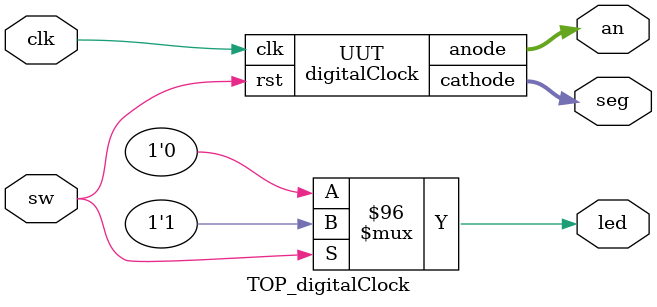
<source format=v>
`timescale 1ns / 1ps



module clkDiv(nclk,clk);
output reg nclk;
input clk;
reg [31:0]count=32'd0;
always@(posedge clk)
begin
count=count+1;
nclk=count[16];
end
endmodule



module clkDiv1hz(clk1hz,clk);
output reg clk1hz=0;
input clk;
integer count=0;
always@(posedge clk)
begin
if(count==50000000)
begin
clk1hz=~clk1hz;
count=0;
end
else count =count +1;
end
endmodule





module refCount(refCountOut,refCountIn);
output reg [2:0]refCountOut=3'd0;
input refCountIn;
always@(posedge refCountIn)
begin
if(refCountOut>=5) refCountOut=3'd0;
else refCountOut=refCountOut+1;
end
endmodule

module countToBcd(cBcdOut,slc,ct1,ct2,ct3,ct4,ct5,ct6);
output reg [3:0]cBcdOut;
input [2:0]slc;
input [3:0]ct1,ct2,ct3,ct4,ct5,ct6;
always@(slc,ct1,ct2,ct3,ct4,ct5,ct6)
begin
case(slc)
3'b000:cBcdOut=ct1;
3'b001:cBcdOut=ct2;
3'b010:cBcdOut=ct3;
3'b011:cBcdOut=ct4;
3'b100:cBcdOut=ct5;
3'b101:cBcdOut=ct6;
default:cBcdOut=4'b0000;
endcase
end
endmodule

module counterSecMinHrMEETOO(outSec,outMin,outHr,clk,rst);
output reg [5:0]outSec=6'd0;
output reg [5:0]outMin=6'd0;
output reg [4:0]outHr=5'd0;
input clk,rst;
always@(posedge clk,posedge rst)
begin
    if(rst)
    begin
        outSec=6'd0;
        outMin=6'd0;
        outHr=5'd0;
    end
    else
    begin
        if(outSec==6'd59)
        begin
            outSec=6'd0;
            if(outMin==6'd59)
            begin
                outMin=6'd0;
                if(outHr==5'd23)
                begin
                    outHr=5'd0;    
                end
                else outHr=outHr+1;
            end
            else outMin=outMin+1;
        end
        else outSec=outSec+1;    
    end
end
endmodule

module countTo6(sec0,sec1,min0,min1,hr0,hr1,inSec,inMin,inHr);
output reg [3:0]sec0,sec1,min0,min1,hr0,hr1;
input [5:0]inSec,inMin;
input [4:0]inHr;
always@(inSec,inMin,inHr)
begin
    sec1=inSec/5'd10;
    sec0=inSec%5'd10;


    min1=inMin/5'd10;
    min0=inMin%5'd10;
    
    hr1=inHr/4'd10;
    hr0=inHr%4'd10;
end
endmodule


module bcdToSeg(bcdToSegOut,bcdToSegIn);
output reg [6:0]bcdToSegOut;
input [3:0]bcdToSegIn;
always@(bcdToSegIn)
begin
case(bcdToSegIn)
4'b0000:bcdToSegOut=7'b1000_000;
4'b0001:bcdToSegOut=7'b1111_001;
4'b0010:bcdToSegOut=7'b0100_100;
4'b0011:bcdToSegOut=7'b0110_000;
4'b0100:bcdToSegOut=7'b0011_001;
4'b0101:bcdToSegOut=7'b0010_010;
4'b0110:bcdToSegOut=7'b0000_010;
4'b0111:bcdToSegOut=7'b1111_000;
4'b1000:bcdToSegOut=7'b0000_000;
4'b1001:bcdToSegOut=7'b0010_000;
default:bcdToSegOut=7'b1000_000;
endcase
end
endmodule

module anodeCntrl(anCntOut,anCntIn);
output reg [7:0]anCntOut;
input [2:0]anCntIn;
always@(anCntIn)
begin
case(anCntIn)
3'b000:anCntOut=8'b1111_1110;
3'b001:anCntOut=8'b1111_1101;
3'b010:anCntOut=8'b1111_1011;
3'b011:anCntOut=8'b1111_0111;
3'b100:anCntOut=8'b1110_1111;
3'b101:anCntOut=8'b1101_1111;
default:anCntOut=8'b1111_1111;
endcase
end
endmodule

module digitalClock(cathode,anode,clk,rst);
output [6:0]cathode;
output [7:0]anode;
input clk;
input rst;
wire [3:0]sec0,sec1,min0,min1,hr0,hr1;
wire refCountIn;
wire inCount;
wire [2:0]refCountOut;
wire [3:0]cBcdOut;
wire [5:0]outSec;
wire [5:0]outMin;
wire [4:0]outHr;

clkDiv dut1(refCountIn,clk);
clkDiv1hz dut01(inCount,clk);
counterSecMinHrMEETOO dut02(outSec,outMin,outHr,inCount,rst);
countTo6 dut003(sec0,sec1,min0,min1,hr0,hr1,outSec,outMin,outHr);
refCount dut2(refCountOut,refCountIn);
countToBcd dut3(cBcdOut,refCountOut,sec0,sec1,min0,min1,hr0,hr1);
bcdToSeg dut4(cathode,cBcdOut);
anodeCntrl dut5(anode,refCountOut);
endmodule


module TOP_digitalClock(seg,an,led,clk,sw);
output [6:0]seg;
output [7:0]an;
input clk,sw;
output reg led;
digitalClock UUT(seg,an,clk,sw);
always@(sw)
begin
if(sw) led=1;
else led=0;
end

endmodule

//module TEST_digitalClockWithoutCounter();
//wire [6:0]cathode;
//wire [7:0]anode;
//reg clk=0;
//reg [3:0]ct1,ct2,ct3,ct4,ct5,ct6;
//digitalClockWithoutCounter UUT(cathode,anode,clk,ct1,ct2,ct3,ct4,ct5,ct6);
//always #0.1 clk=~clk;
//initial
//begin
//ct1=4'b1001;ct2=4'b1001;ct3=4'b1001;ct4=4'b1001;ct5=4'b1001;ct6=4'b1001;
//#10000 ct1=4'b0001;ct2=4'b0001;ct3=4'b0001;ct4=4'b0001;ct5=4'b0001;ct6=4'b0001;
//#10000 ct1=4'b1001;ct2=4'b1001;ct3=4'b1001;ct4=4'b1001;ct5=4'b1001;ct6=4'b1001;
//#10000 ct1=4'b0001;ct2=4'b0001;ct3=4'b0001;ct4=4'b0001;ct5=4'b0001;ct6=4'b0001;
//#1000000000 $finish;
//end
//endmodule

</source>
